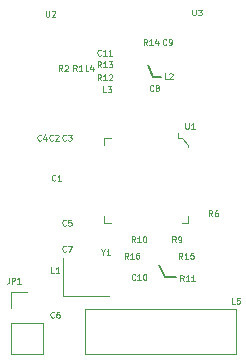
<source format=gbr>
G04 #@! TF.GenerationSoftware,KiCad,Pcbnew,(5.0.0)*
G04 #@! TF.CreationDate,2018-10-15T18:52:21-03:00*
G04 #@! TF.ProjectId,TPMS_Sensor,54504D535F53656E736F722E6B696361,1*
G04 #@! TF.SameCoordinates,Original*
G04 #@! TF.FileFunction,Legend,Top*
G04 #@! TF.FilePolarity,Positive*
%FSLAX46Y46*%
G04 Gerber Fmt 4.6, Leading zero omitted, Abs format (unit mm)*
G04 Created by KiCad (PCBNEW (5.0.0)) date 10/15/18 18:52:21*
%MOMM*%
%LPD*%
G01*
G04 APERTURE LIST*
%ADD10C,0.200000*%
%ADD11C,0.120000*%
%ADD12C,0.100000*%
%ADD13C,0.125000*%
G04 APERTURE END LIST*
D10*
X152500000Y-76100000D02*
X153200000Y-76100000D01*
X152100000Y-75100000D02*
X152500000Y-76100000D01*
X153500000Y-93100000D02*
X154400000Y-93100000D01*
X153000000Y-92100000D02*
X153500000Y-93100000D01*
D11*
G04 #@! TO.C,JP1*
X140478200Y-99551800D02*
X143138200Y-99551800D01*
X140478200Y-96951800D02*
X140478200Y-99551800D01*
X143138200Y-96951800D02*
X143138200Y-99551800D01*
X140478200Y-96951800D02*
X143138200Y-96951800D01*
X140478200Y-95681800D02*
X140478200Y-94351800D01*
X140478200Y-94351800D02*
X141808200Y-94351800D01*
G04 #@! TO.C,L5*
X159511200Y-99563000D02*
X159511200Y-95763000D01*
X159511200Y-95763000D02*
X146711200Y-95763000D01*
X146711200Y-95763000D02*
X146711200Y-99563000D01*
X146711200Y-99563000D02*
X159511200Y-99563000D01*
G04 #@! TO.C,Y1*
X144887400Y-91491000D02*
X144887400Y-94691000D01*
X144887400Y-94691000D02*
X148787400Y-94691000D01*
D12*
G04 #@! TO.C,U1*
X155475000Y-88475000D02*
X155475000Y-87900000D01*
X154900000Y-88475000D02*
X155475000Y-88475000D01*
X148325000Y-88475000D02*
X148325000Y-87900000D01*
X148900000Y-88475000D02*
X148325000Y-88475000D01*
X148900000Y-81325000D02*
X148325000Y-81325000D01*
X148325000Y-81325000D02*
X148325000Y-81900000D01*
X154600000Y-81325000D02*
X154600000Y-80900000D01*
X154900000Y-81325000D02*
X154600000Y-81325000D01*
X155475000Y-81900000D02*
X154900000Y-81325000D01*
X155475000Y-82050000D02*
X155475000Y-81900000D01*
G04 #@! TO.C,C1*
D13*
X144216666Y-84878571D02*
X144192857Y-84902380D01*
X144121428Y-84926190D01*
X144073809Y-84926190D01*
X144002380Y-84902380D01*
X143954761Y-84854761D01*
X143930952Y-84807142D01*
X143907142Y-84711904D01*
X143907142Y-84640476D01*
X143930952Y-84545238D01*
X143954761Y-84497619D01*
X144002380Y-84450000D01*
X144073809Y-84426190D01*
X144121428Y-84426190D01*
X144192857Y-84450000D01*
X144216666Y-84473809D01*
X144692857Y-84926190D02*
X144407142Y-84926190D01*
X144550000Y-84926190D02*
X144550000Y-84426190D01*
X144502380Y-84497619D01*
X144454761Y-84545238D01*
X144407142Y-84569047D01*
G04 #@! TO.C,C2*
X144016666Y-81478571D02*
X143992857Y-81502380D01*
X143921428Y-81526190D01*
X143873809Y-81526190D01*
X143802380Y-81502380D01*
X143754761Y-81454761D01*
X143730952Y-81407142D01*
X143707142Y-81311904D01*
X143707142Y-81240476D01*
X143730952Y-81145238D01*
X143754761Y-81097619D01*
X143802380Y-81050000D01*
X143873809Y-81026190D01*
X143921428Y-81026190D01*
X143992857Y-81050000D01*
X144016666Y-81073809D01*
X144207142Y-81073809D02*
X144230952Y-81050000D01*
X144278571Y-81026190D01*
X144397619Y-81026190D01*
X144445238Y-81050000D01*
X144469047Y-81073809D01*
X144492857Y-81121428D01*
X144492857Y-81169047D01*
X144469047Y-81240476D01*
X144183333Y-81526190D01*
X144492857Y-81526190D01*
G04 #@! TO.C,C3*
X145116666Y-81478571D02*
X145092857Y-81502380D01*
X145021428Y-81526190D01*
X144973809Y-81526190D01*
X144902380Y-81502380D01*
X144854761Y-81454761D01*
X144830952Y-81407142D01*
X144807142Y-81311904D01*
X144807142Y-81240476D01*
X144830952Y-81145238D01*
X144854761Y-81097619D01*
X144902380Y-81050000D01*
X144973809Y-81026190D01*
X145021428Y-81026190D01*
X145092857Y-81050000D01*
X145116666Y-81073809D01*
X145283333Y-81026190D02*
X145592857Y-81026190D01*
X145426190Y-81216666D01*
X145497619Y-81216666D01*
X145545238Y-81240476D01*
X145569047Y-81264285D01*
X145592857Y-81311904D01*
X145592857Y-81430952D01*
X145569047Y-81478571D01*
X145545238Y-81502380D01*
X145497619Y-81526190D01*
X145354761Y-81526190D01*
X145307142Y-81502380D01*
X145283333Y-81478571D01*
G04 #@! TO.C,C4*
X143016666Y-81478571D02*
X142992857Y-81502380D01*
X142921428Y-81526190D01*
X142873809Y-81526190D01*
X142802380Y-81502380D01*
X142754761Y-81454761D01*
X142730952Y-81407142D01*
X142707142Y-81311904D01*
X142707142Y-81240476D01*
X142730952Y-81145238D01*
X142754761Y-81097619D01*
X142802380Y-81050000D01*
X142873809Y-81026190D01*
X142921428Y-81026190D01*
X142992857Y-81050000D01*
X143016666Y-81073809D01*
X143445238Y-81192857D02*
X143445238Y-81526190D01*
X143326190Y-81002380D02*
X143207142Y-81359523D01*
X143516666Y-81359523D01*
G04 #@! TO.C,C5*
X145116666Y-88678571D02*
X145092857Y-88702380D01*
X145021428Y-88726190D01*
X144973809Y-88726190D01*
X144902380Y-88702380D01*
X144854761Y-88654761D01*
X144830952Y-88607142D01*
X144807142Y-88511904D01*
X144807142Y-88440476D01*
X144830952Y-88345238D01*
X144854761Y-88297619D01*
X144902380Y-88250000D01*
X144973809Y-88226190D01*
X145021428Y-88226190D01*
X145092857Y-88250000D01*
X145116666Y-88273809D01*
X145569047Y-88226190D02*
X145330952Y-88226190D01*
X145307142Y-88464285D01*
X145330952Y-88440476D01*
X145378571Y-88416666D01*
X145497619Y-88416666D01*
X145545238Y-88440476D01*
X145569047Y-88464285D01*
X145592857Y-88511904D01*
X145592857Y-88630952D01*
X145569047Y-88678571D01*
X145545238Y-88702380D01*
X145497619Y-88726190D01*
X145378571Y-88726190D01*
X145330952Y-88702380D01*
X145307142Y-88678571D01*
G04 #@! TO.C,C6*
X144116666Y-96478571D02*
X144092857Y-96502380D01*
X144021428Y-96526190D01*
X143973809Y-96526190D01*
X143902380Y-96502380D01*
X143854761Y-96454761D01*
X143830952Y-96407142D01*
X143807142Y-96311904D01*
X143807142Y-96240476D01*
X143830952Y-96145238D01*
X143854761Y-96097619D01*
X143902380Y-96050000D01*
X143973809Y-96026190D01*
X144021428Y-96026190D01*
X144092857Y-96050000D01*
X144116666Y-96073809D01*
X144545238Y-96026190D02*
X144450000Y-96026190D01*
X144402380Y-96050000D01*
X144378571Y-96073809D01*
X144330952Y-96145238D01*
X144307142Y-96240476D01*
X144307142Y-96430952D01*
X144330952Y-96478571D01*
X144354761Y-96502380D01*
X144402380Y-96526190D01*
X144497619Y-96526190D01*
X144545238Y-96502380D01*
X144569047Y-96478571D01*
X144592857Y-96430952D01*
X144592857Y-96311904D01*
X144569047Y-96264285D01*
X144545238Y-96240476D01*
X144497619Y-96216666D01*
X144402380Y-96216666D01*
X144354761Y-96240476D01*
X144330952Y-96264285D01*
X144307142Y-96311904D01*
G04 #@! TO.C,C7*
X145116666Y-90878571D02*
X145092857Y-90902380D01*
X145021428Y-90926190D01*
X144973809Y-90926190D01*
X144902380Y-90902380D01*
X144854761Y-90854761D01*
X144830952Y-90807142D01*
X144807142Y-90711904D01*
X144807142Y-90640476D01*
X144830952Y-90545238D01*
X144854761Y-90497619D01*
X144902380Y-90450000D01*
X144973809Y-90426190D01*
X145021428Y-90426190D01*
X145092857Y-90450000D01*
X145116666Y-90473809D01*
X145283333Y-90426190D02*
X145616666Y-90426190D01*
X145402380Y-90926190D01*
G04 #@! TO.C,C8*
X152516666Y-77278571D02*
X152492857Y-77302380D01*
X152421428Y-77326190D01*
X152373809Y-77326190D01*
X152302380Y-77302380D01*
X152254761Y-77254761D01*
X152230952Y-77207142D01*
X152207142Y-77111904D01*
X152207142Y-77040476D01*
X152230952Y-76945238D01*
X152254761Y-76897619D01*
X152302380Y-76850000D01*
X152373809Y-76826190D01*
X152421428Y-76826190D01*
X152492857Y-76850000D01*
X152516666Y-76873809D01*
X152802380Y-77040476D02*
X152754761Y-77016666D01*
X152730952Y-76992857D01*
X152707142Y-76945238D01*
X152707142Y-76921428D01*
X152730952Y-76873809D01*
X152754761Y-76850000D01*
X152802380Y-76826190D01*
X152897619Y-76826190D01*
X152945238Y-76850000D01*
X152969047Y-76873809D01*
X152992857Y-76921428D01*
X152992857Y-76945238D01*
X152969047Y-76992857D01*
X152945238Y-77016666D01*
X152897619Y-77040476D01*
X152802380Y-77040476D01*
X152754761Y-77064285D01*
X152730952Y-77088095D01*
X152707142Y-77135714D01*
X152707142Y-77230952D01*
X152730952Y-77278571D01*
X152754761Y-77302380D01*
X152802380Y-77326190D01*
X152897619Y-77326190D01*
X152945238Y-77302380D01*
X152969047Y-77278571D01*
X152992857Y-77230952D01*
X152992857Y-77135714D01*
X152969047Y-77088095D01*
X152945238Y-77064285D01*
X152897619Y-77040476D01*
G04 #@! TO.C,C9*
X153616666Y-73378571D02*
X153592857Y-73402380D01*
X153521428Y-73426190D01*
X153473809Y-73426190D01*
X153402380Y-73402380D01*
X153354761Y-73354761D01*
X153330952Y-73307142D01*
X153307142Y-73211904D01*
X153307142Y-73140476D01*
X153330952Y-73045238D01*
X153354761Y-72997619D01*
X153402380Y-72950000D01*
X153473809Y-72926190D01*
X153521428Y-72926190D01*
X153592857Y-72950000D01*
X153616666Y-72973809D01*
X153854761Y-73426190D02*
X153950000Y-73426190D01*
X153997619Y-73402380D01*
X154021428Y-73378571D01*
X154069047Y-73307142D01*
X154092857Y-73211904D01*
X154092857Y-73021428D01*
X154069047Y-72973809D01*
X154045238Y-72950000D01*
X153997619Y-72926190D01*
X153902380Y-72926190D01*
X153854761Y-72950000D01*
X153830952Y-72973809D01*
X153807142Y-73021428D01*
X153807142Y-73140476D01*
X153830952Y-73188095D01*
X153854761Y-73211904D01*
X153902380Y-73235714D01*
X153997619Y-73235714D01*
X154045238Y-73211904D01*
X154069047Y-73188095D01*
X154092857Y-73140476D01*
G04 #@! TO.C,C10*
X150978571Y-93278571D02*
X150954761Y-93302380D01*
X150883333Y-93326190D01*
X150835714Y-93326190D01*
X150764285Y-93302380D01*
X150716666Y-93254761D01*
X150692857Y-93207142D01*
X150669047Y-93111904D01*
X150669047Y-93040476D01*
X150692857Y-92945238D01*
X150716666Y-92897619D01*
X150764285Y-92850000D01*
X150835714Y-92826190D01*
X150883333Y-92826190D01*
X150954761Y-92850000D01*
X150978571Y-92873809D01*
X151454761Y-93326190D02*
X151169047Y-93326190D01*
X151311904Y-93326190D02*
X151311904Y-92826190D01*
X151264285Y-92897619D01*
X151216666Y-92945238D01*
X151169047Y-92969047D01*
X151764285Y-92826190D02*
X151811904Y-92826190D01*
X151859523Y-92850000D01*
X151883333Y-92873809D01*
X151907142Y-92921428D01*
X151930952Y-93016666D01*
X151930952Y-93135714D01*
X151907142Y-93230952D01*
X151883333Y-93278571D01*
X151859523Y-93302380D01*
X151811904Y-93326190D01*
X151764285Y-93326190D01*
X151716666Y-93302380D01*
X151692857Y-93278571D01*
X151669047Y-93230952D01*
X151645238Y-93135714D01*
X151645238Y-93016666D01*
X151669047Y-92921428D01*
X151692857Y-92873809D01*
X151716666Y-92850000D01*
X151764285Y-92826190D01*
G04 #@! TO.C,C11*
X148078571Y-74278571D02*
X148054761Y-74302380D01*
X147983333Y-74326190D01*
X147935714Y-74326190D01*
X147864285Y-74302380D01*
X147816666Y-74254761D01*
X147792857Y-74207142D01*
X147769047Y-74111904D01*
X147769047Y-74040476D01*
X147792857Y-73945238D01*
X147816666Y-73897619D01*
X147864285Y-73850000D01*
X147935714Y-73826190D01*
X147983333Y-73826190D01*
X148054761Y-73850000D01*
X148078571Y-73873809D01*
X148554761Y-74326190D02*
X148269047Y-74326190D01*
X148411904Y-74326190D02*
X148411904Y-73826190D01*
X148364285Y-73897619D01*
X148316666Y-73945238D01*
X148269047Y-73969047D01*
X149030952Y-74326190D02*
X148745238Y-74326190D01*
X148888095Y-74326190D02*
X148888095Y-73826190D01*
X148840476Y-73897619D01*
X148792857Y-73945238D01*
X148745238Y-73969047D01*
G04 #@! TO.C,JP1*
X140283333Y-93126190D02*
X140283333Y-93483333D01*
X140259523Y-93554761D01*
X140211904Y-93602380D01*
X140140476Y-93626190D01*
X140092857Y-93626190D01*
X140521428Y-93626190D02*
X140521428Y-93126190D01*
X140711904Y-93126190D01*
X140759523Y-93150000D01*
X140783333Y-93173809D01*
X140807142Y-93221428D01*
X140807142Y-93292857D01*
X140783333Y-93340476D01*
X140759523Y-93364285D01*
X140711904Y-93388095D01*
X140521428Y-93388095D01*
X141283333Y-93626190D02*
X140997619Y-93626190D01*
X141140476Y-93626190D02*
X141140476Y-93126190D01*
X141092857Y-93197619D01*
X141045238Y-93245238D01*
X140997619Y-93269047D01*
G04 #@! TO.C,L1*
X144116666Y-92726190D02*
X143878571Y-92726190D01*
X143878571Y-92226190D01*
X144545238Y-92726190D02*
X144259523Y-92726190D01*
X144402380Y-92726190D02*
X144402380Y-92226190D01*
X144354761Y-92297619D01*
X144307142Y-92345238D01*
X144259523Y-92369047D01*
G04 #@! TO.C,L2*
X153716666Y-76326190D02*
X153478571Y-76326190D01*
X153478571Y-75826190D01*
X153859523Y-75873809D02*
X153883333Y-75850000D01*
X153930952Y-75826190D01*
X154050000Y-75826190D01*
X154097619Y-75850000D01*
X154121428Y-75873809D01*
X154145238Y-75921428D01*
X154145238Y-75969047D01*
X154121428Y-76040476D01*
X153835714Y-76326190D01*
X154145238Y-76326190D01*
G04 #@! TO.C,L3*
X148516666Y-77426190D02*
X148278571Y-77426190D01*
X148278571Y-76926190D01*
X148635714Y-76926190D02*
X148945238Y-76926190D01*
X148778571Y-77116666D01*
X148850000Y-77116666D01*
X148897619Y-77140476D01*
X148921428Y-77164285D01*
X148945238Y-77211904D01*
X148945238Y-77330952D01*
X148921428Y-77378571D01*
X148897619Y-77402380D01*
X148850000Y-77426190D01*
X148707142Y-77426190D01*
X148659523Y-77402380D01*
X148635714Y-77378571D01*
G04 #@! TO.C,L4*
X147016666Y-75626190D02*
X146778571Y-75626190D01*
X146778571Y-75126190D01*
X147397619Y-75292857D02*
X147397619Y-75626190D01*
X147278571Y-75102380D02*
X147159523Y-75459523D01*
X147469047Y-75459523D01*
G04 #@! TO.C,L5*
X159416666Y-95326190D02*
X159178571Y-95326190D01*
X159178571Y-94826190D01*
X159821428Y-94826190D02*
X159583333Y-94826190D01*
X159559523Y-95064285D01*
X159583333Y-95040476D01*
X159630952Y-95016666D01*
X159750000Y-95016666D01*
X159797619Y-95040476D01*
X159821428Y-95064285D01*
X159845238Y-95111904D01*
X159845238Y-95230952D01*
X159821428Y-95278571D01*
X159797619Y-95302380D01*
X159750000Y-95326190D01*
X159630952Y-95326190D01*
X159583333Y-95302380D01*
X159559523Y-95278571D01*
G04 #@! TO.C,R1*
X146016666Y-75626190D02*
X145850000Y-75388095D01*
X145730952Y-75626190D02*
X145730952Y-75126190D01*
X145921428Y-75126190D01*
X145969047Y-75150000D01*
X145992857Y-75173809D01*
X146016666Y-75221428D01*
X146016666Y-75292857D01*
X145992857Y-75340476D01*
X145969047Y-75364285D01*
X145921428Y-75388095D01*
X145730952Y-75388095D01*
X146492857Y-75626190D02*
X146207142Y-75626190D01*
X146350000Y-75626190D02*
X146350000Y-75126190D01*
X146302380Y-75197619D01*
X146254761Y-75245238D01*
X146207142Y-75269047D01*
G04 #@! TO.C,R2*
X144816666Y-75626190D02*
X144650000Y-75388095D01*
X144530952Y-75626190D02*
X144530952Y-75126190D01*
X144721428Y-75126190D01*
X144769047Y-75150000D01*
X144792857Y-75173809D01*
X144816666Y-75221428D01*
X144816666Y-75292857D01*
X144792857Y-75340476D01*
X144769047Y-75364285D01*
X144721428Y-75388095D01*
X144530952Y-75388095D01*
X145007142Y-75173809D02*
X145030952Y-75150000D01*
X145078571Y-75126190D01*
X145197619Y-75126190D01*
X145245238Y-75150000D01*
X145269047Y-75173809D01*
X145292857Y-75221428D01*
X145292857Y-75269047D01*
X145269047Y-75340476D01*
X144983333Y-75626190D01*
X145292857Y-75626190D01*
G04 #@! TO.C,R6*
X157516666Y-87926190D02*
X157350000Y-87688095D01*
X157230952Y-87926190D02*
X157230952Y-87426190D01*
X157421428Y-87426190D01*
X157469047Y-87450000D01*
X157492857Y-87473809D01*
X157516666Y-87521428D01*
X157516666Y-87592857D01*
X157492857Y-87640476D01*
X157469047Y-87664285D01*
X157421428Y-87688095D01*
X157230952Y-87688095D01*
X157945238Y-87426190D02*
X157850000Y-87426190D01*
X157802380Y-87450000D01*
X157778571Y-87473809D01*
X157730952Y-87545238D01*
X157707142Y-87640476D01*
X157707142Y-87830952D01*
X157730952Y-87878571D01*
X157754761Y-87902380D01*
X157802380Y-87926190D01*
X157897619Y-87926190D01*
X157945238Y-87902380D01*
X157969047Y-87878571D01*
X157992857Y-87830952D01*
X157992857Y-87711904D01*
X157969047Y-87664285D01*
X157945238Y-87640476D01*
X157897619Y-87616666D01*
X157802380Y-87616666D01*
X157754761Y-87640476D01*
X157730952Y-87664285D01*
X157707142Y-87711904D01*
G04 #@! TO.C,R9*
X154416666Y-90126190D02*
X154250000Y-89888095D01*
X154130952Y-90126190D02*
X154130952Y-89626190D01*
X154321428Y-89626190D01*
X154369047Y-89650000D01*
X154392857Y-89673809D01*
X154416666Y-89721428D01*
X154416666Y-89792857D01*
X154392857Y-89840476D01*
X154369047Y-89864285D01*
X154321428Y-89888095D01*
X154130952Y-89888095D01*
X154654761Y-90126190D02*
X154750000Y-90126190D01*
X154797619Y-90102380D01*
X154821428Y-90078571D01*
X154869047Y-90007142D01*
X154892857Y-89911904D01*
X154892857Y-89721428D01*
X154869047Y-89673809D01*
X154845238Y-89650000D01*
X154797619Y-89626190D01*
X154702380Y-89626190D01*
X154654761Y-89650000D01*
X154630952Y-89673809D01*
X154607142Y-89721428D01*
X154607142Y-89840476D01*
X154630952Y-89888095D01*
X154654761Y-89911904D01*
X154702380Y-89935714D01*
X154797619Y-89935714D01*
X154845238Y-89911904D01*
X154869047Y-89888095D01*
X154892857Y-89840476D01*
G04 #@! TO.C,R10*
X150978571Y-90126190D02*
X150811904Y-89888095D01*
X150692857Y-90126190D02*
X150692857Y-89626190D01*
X150883333Y-89626190D01*
X150930952Y-89650000D01*
X150954761Y-89673809D01*
X150978571Y-89721428D01*
X150978571Y-89792857D01*
X150954761Y-89840476D01*
X150930952Y-89864285D01*
X150883333Y-89888095D01*
X150692857Y-89888095D01*
X151454761Y-90126190D02*
X151169047Y-90126190D01*
X151311904Y-90126190D02*
X151311904Y-89626190D01*
X151264285Y-89697619D01*
X151216666Y-89745238D01*
X151169047Y-89769047D01*
X151764285Y-89626190D02*
X151811904Y-89626190D01*
X151859523Y-89650000D01*
X151883333Y-89673809D01*
X151907142Y-89721428D01*
X151930952Y-89816666D01*
X151930952Y-89935714D01*
X151907142Y-90030952D01*
X151883333Y-90078571D01*
X151859523Y-90102380D01*
X151811904Y-90126190D01*
X151764285Y-90126190D01*
X151716666Y-90102380D01*
X151692857Y-90078571D01*
X151669047Y-90030952D01*
X151645238Y-89935714D01*
X151645238Y-89816666D01*
X151669047Y-89721428D01*
X151692857Y-89673809D01*
X151716666Y-89650000D01*
X151764285Y-89626190D01*
G04 #@! TO.C,R11*
X155078571Y-93426190D02*
X154911904Y-93188095D01*
X154792857Y-93426190D02*
X154792857Y-92926190D01*
X154983333Y-92926190D01*
X155030952Y-92950000D01*
X155054761Y-92973809D01*
X155078571Y-93021428D01*
X155078571Y-93092857D01*
X155054761Y-93140476D01*
X155030952Y-93164285D01*
X154983333Y-93188095D01*
X154792857Y-93188095D01*
X155554761Y-93426190D02*
X155269047Y-93426190D01*
X155411904Y-93426190D02*
X155411904Y-92926190D01*
X155364285Y-92997619D01*
X155316666Y-93045238D01*
X155269047Y-93069047D01*
X156030952Y-93426190D02*
X155745238Y-93426190D01*
X155888095Y-93426190D02*
X155888095Y-92926190D01*
X155840476Y-92997619D01*
X155792857Y-93045238D01*
X155745238Y-93069047D01*
G04 #@! TO.C,R12*
X148078571Y-76426190D02*
X147911904Y-76188095D01*
X147792857Y-76426190D02*
X147792857Y-75926190D01*
X147983333Y-75926190D01*
X148030952Y-75950000D01*
X148054761Y-75973809D01*
X148078571Y-76021428D01*
X148078571Y-76092857D01*
X148054761Y-76140476D01*
X148030952Y-76164285D01*
X147983333Y-76188095D01*
X147792857Y-76188095D01*
X148554761Y-76426190D02*
X148269047Y-76426190D01*
X148411904Y-76426190D02*
X148411904Y-75926190D01*
X148364285Y-75997619D01*
X148316666Y-76045238D01*
X148269047Y-76069047D01*
X148745238Y-75973809D02*
X148769047Y-75950000D01*
X148816666Y-75926190D01*
X148935714Y-75926190D01*
X148983333Y-75950000D01*
X149007142Y-75973809D01*
X149030952Y-76021428D01*
X149030952Y-76069047D01*
X149007142Y-76140476D01*
X148721428Y-76426190D01*
X149030952Y-76426190D01*
G04 #@! TO.C,R13*
X148078571Y-75326190D02*
X147911904Y-75088095D01*
X147792857Y-75326190D02*
X147792857Y-74826190D01*
X147983333Y-74826190D01*
X148030952Y-74850000D01*
X148054761Y-74873809D01*
X148078571Y-74921428D01*
X148078571Y-74992857D01*
X148054761Y-75040476D01*
X148030952Y-75064285D01*
X147983333Y-75088095D01*
X147792857Y-75088095D01*
X148554761Y-75326190D02*
X148269047Y-75326190D01*
X148411904Y-75326190D02*
X148411904Y-74826190D01*
X148364285Y-74897619D01*
X148316666Y-74945238D01*
X148269047Y-74969047D01*
X148721428Y-74826190D02*
X149030952Y-74826190D01*
X148864285Y-75016666D01*
X148935714Y-75016666D01*
X148983333Y-75040476D01*
X149007142Y-75064285D01*
X149030952Y-75111904D01*
X149030952Y-75230952D01*
X149007142Y-75278571D01*
X148983333Y-75302380D01*
X148935714Y-75326190D01*
X148792857Y-75326190D01*
X148745238Y-75302380D01*
X148721428Y-75278571D01*
G04 #@! TO.C,R14*
X151978571Y-73426190D02*
X151811904Y-73188095D01*
X151692857Y-73426190D02*
X151692857Y-72926190D01*
X151883333Y-72926190D01*
X151930952Y-72950000D01*
X151954761Y-72973809D01*
X151978571Y-73021428D01*
X151978571Y-73092857D01*
X151954761Y-73140476D01*
X151930952Y-73164285D01*
X151883333Y-73188095D01*
X151692857Y-73188095D01*
X152454761Y-73426190D02*
X152169047Y-73426190D01*
X152311904Y-73426190D02*
X152311904Y-72926190D01*
X152264285Y-72997619D01*
X152216666Y-73045238D01*
X152169047Y-73069047D01*
X152883333Y-73092857D02*
X152883333Y-73426190D01*
X152764285Y-72902380D02*
X152645238Y-73259523D01*
X152954761Y-73259523D01*
G04 #@! TO.C,R15*
X154978571Y-91526190D02*
X154811904Y-91288095D01*
X154692857Y-91526190D02*
X154692857Y-91026190D01*
X154883333Y-91026190D01*
X154930952Y-91050000D01*
X154954761Y-91073809D01*
X154978571Y-91121428D01*
X154978571Y-91192857D01*
X154954761Y-91240476D01*
X154930952Y-91264285D01*
X154883333Y-91288095D01*
X154692857Y-91288095D01*
X155454761Y-91526190D02*
X155169047Y-91526190D01*
X155311904Y-91526190D02*
X155311904Y-91026190D01*
X155264285Y-91097619D01*
X155216666Y-91145238D01*
X155169047Y-91169047D01*
X155907142Y-91026190D02*
X155669047Y-91026190D01*
X155645238Y-91264285D01*
X155669047Y-91240476D01*
X155716666Y-91216666D01*
X155835714Y-91216666D01*
X155883333Y-91240476D01*
X155907142Y-91264285D01*
X155930952Y-91311904D01*
X155930952Y-91430952D01*
X155907142Y-91478571D01*
X155883333Y-91502380D01*
X155835714Y-91526190D01*
X155716666Y-91526190D01*
X155669047Y-91502380D01*
X155645238Y-91478571D01*
G04 #@! TO.C,R16*
X150378571Y-91526190D02*
X150211904Y-91288095D01*
X150092857Y-91526190D02*
X150092857Y-91026190D01*
X150283333Y-91026190D01*
X150330952Y-91050000D01*
X150354761Y-91073809D01*
X150378571Y-91121428D01*
X150378571Y-91192857D01*
X150354761Y-91240476D01*
X150330952Y-91264285D01*
X150283333Y-91288095D01*
X150092857Y-91288095D01*
X150854761Y-91526190D02*
X150569047Y-91526190D01*
X150711904Y-91526190D02*
X150711904Y-91026190D01*
X150664285Y-91097619D01*
X150616666Y-91145238D01*
X150569047Y-91169047D01*
X151283333Y-91026190D02*
X151188095Y-91026190D01*
X151140476Y-91050000D01*
X151116666Y-91073809D01*
X151069047Y-91145238D01*
X151045238Y-91240476D01*
X151045238Y-91430952D01*
X151069047Y-91478571D01*
X151092857Y-91502380D01*
X151140476Y-91526190D01*
X151235714Y-91526190D01*
X151283333Y-91502380D01*
X151307142Y-91478571D01*
X151330952Y-91430952D01*
X151330952Y-91311904D01*
X151307142Y-91264285D01*
X151283333Y-91240476D01*
X151235714Y-91216666D01*
X151140476Y-91216666D01*
X151092857Y-91240476D01*
X151069047Y-91264285D01*
X151045238Y-91311904D01*
G04 #@! TO.C,U2*
X143419047Y-70526190D02*
X143419047Y-70930952D01*
X143442857Y-70978571D01*
X143466666Y-71002380D01*
X143514285Y-71026190D01*
X143609523Y-71026190D01*
X143657142Y-71002380D01*
X143680952Y-70978571D01*
X143704761Y-70930952D01*
X143704761Y-70526190D01*
X143919047Y-70573809D02*
X143942857Y-70550000D01*
X143990476Y-70526190D01*
X144109523Y-70526190D01*
X144157142Y-70550000D01*
X144180952Y-70573809D01*
X144204761Y-70621428D01*
X144204761Y-70669047D01*
X144180952Y-70740476D01*
X143895238Y-71026190D01*
X144204761Y-71026190D01*
G04 #@! TO.C,U3*
X155819047Y-70426190D02*
X155819047Y-70830952D01*
X155842857Y-70878571D01*
X155866666Y-70902380D01*
X155914285Y-70926190D01*
X156009523Y-70926190D01*
X156057142Y-70902380D01*
X156080952Y-70878571D01*
X156104761Y-70830952D01*
X156104761Y-70426190D01*
X156295238Y-70426190D02*
X156604761Y-70426190D01*
X156438095Y-70616666D01*
X156509523Y-70616666D01*
X156557142Y-70640476D01*
X156580952Y-70664285D01*
X156604761Y-70711904D01*
X156604761Y-70830952D01*
X156580952Y-70878571D01*
X156557142Y-70902380D01*
X156509523Y-70926190D01*
X156366666Y-70926190D01*
X156319047Y-70902380D01*
X156295238Y-70878571D01*
G04 #@! TO.C,Y1*
X148261904Y-90988095D02*
X148261904Y-91226190D01*
X148095238Y-90726190D02*
X148261904Y-90988095D01*
X148428571Y-90726190D01*
X148857142Y-91226190D02*
X148571428Y-91226190D01*
X148714285Y-91226190D02*
X148714285Y-90726190D01*
X148666666Y-90797619D01*
X148619047Y-90845238D01*
X148571428Y-90869047D01*
G04 #@! TO.C,U1*
X155219047Y-80026190D02*
X155219047Y-80430952D01*
X155242857Y-80478571D01*
X155266666Y-80502380D01*
X155314285Y-80526190D01*
X155409523Y-80526190D01*
X155457142Y-80502380D01*
X155480952Y-80478571D01*
X155504761Y-80430952D01*
X155504761Y-80026190D01*
X156004761Y-80526190D02*
X155719047Y-80526190D01*
X155861904Y-80526190D02*
X155861904Y-80026190D01*
X155814285Y-80097619D01*
X155766666Y-80145238D01*
X155719047Y-80169047D01*
G04 #@! TD*
M02*

</source>
